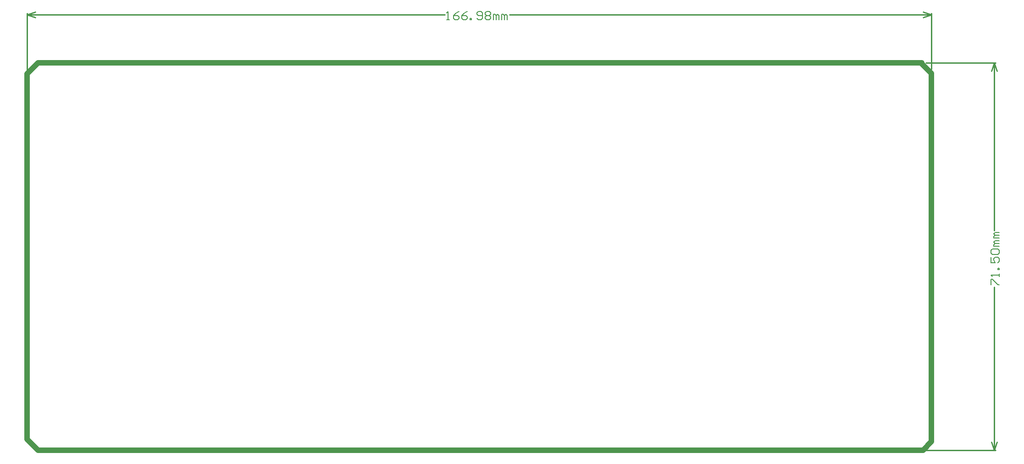
<source format=gm1>
G04*
G04 #@! TF.GenerationSoftware,Altium Limited,Altium Designer,21.9.1 (22)*
G04*
G04 Layer_Color=16711935*
%FSLAX25Y25*%
%MOIN*%
G70*
G04*
G04 #@! TF.SameCoordinates,6B560933-D042-473C-9E78-3B088F3B31AC*
G04*
G04*
G04 #@! TF.FilePolarity,Positive*
G04*
G01*
G75*
%ADD14C,0.00600*%
%ADD16C,0.01000*%
%ADD114C,0.04000*%
D14*
X305107Y313101D02*
X307106D01*
X306107D01*
Y319099D01*
X305107Y318099D01*
X314104Y319099D02*
X312105Y318099D01*
X310105Y316100D01*
Y314101D01*
X311105Y313101D01*
X313105D01*
X314104Y314101D01*
Y315100D01*
X313105Y316100D01*
X310105D01*
X320102Y319099D02*
X318103Y318099D01*
X316104Y316100D01*
Y314101D01*
X317103Y313101D01*
X319103D01*
X320102Y314101D01*
Y315100D01*
X319103Y316100D01*
X316104D01*
X322102Y313101D02*
Y314101D01*
X323101D01*
Y313101D01*
X322102D01*
X327100Y314101D02*
X328100Y313101D01*
X330099D01*
X331099Y314101D01*
Y318099D01*
X330099Y319099D01*
X328100D01*
X327100Y318099D01*
Y317100D01*
X328100Y316100D01*
X331099D01*
X333098Y318099D02*
X334098Y319099D01*
X336097D01*
X337097Y318099D01*
Y317100D01*
X336097Y316100D01*
X337097Y315100D01*
Y314101D01*
X336097Y313101D01*
X334098D01*
X333098Y314101D01*
Y315100D01*
X334098Y316100D01*
X333098Y317100D01*
Y318099D01*
X334098Y316100D02*
X336097D01*
X339096Y313101D02*
Y317100D01*
X340096D01*
X341095Y316100D01*
Y313101D01*
Y316100D01*
X342095Y317100D01*
X343095Y316100D01*
Y313101D01*
X345094D02*
Y317100D01*
X346094D01*
X347094Y316100D01*
Y313101D01*
Y316100D01*
X348093Y317100D01*
X349093Y316100D01*
Y313101D01*
X700601Y120154D02*
Y124153D01*
X701601D01*
X705599Y120154D01*
X706599D01*
Y126152D02*
Y128152D01*
Y127152D01*
X700601D01*
X701601Y126152D01*
X706599Y131151D02*
X705599D01*
Y132150D01*
X706599D01*
Y131151D01*
X700601Y140148D02*
Y136149D01*
X703600D01*
X702600Y138148D01*
Y139148D01*
X703600Y140148D01*
X705599D01*
X706599Y139148D01*
Y137149D01*
X705599Y136149D01*
X701601Y142147D02*
X700601Y143147D01*
Y145146D01*
X701601Y146146D01*
X705599D01*
X706599Y145146D01*
Y143147D01*
X705599Y142147D01*
X701601D01*
X706599Y148145D02*
X702600D01*
Y149145D01*
X703600Y150145D01*
X706599D01*
X703600D01*
X702600Y151144D01*
X703600Y152144D01*
X706599D01*
Y154143D02*
X702600D01*
Y155143D01*
X703600Y156142D01*
X706599D01*
X703600D01*
X702600Y157142D01*
X703600Y158142D01*
X706599D01*
D16*
X0Y316700D02*
X6000Y318700D01*
X0Y316700D02*
X6000Y314700D01*
X651400D02*
X657400Y316700D01*
X651400Y318700D02*
X657400Y316700D01*
X0D02*
X303507D01*
X350693D02*
X657400D01*
X0Y276700D02*
Y317700D01*
X657400Y276800D02*
Y317700D01*
X703000Y281496D02*
X705000Y275496D01*
X701000D02*
X703000Y281496D01*
X701000Y6000D02*
X703000Y0D01*
X705000Y6000D01*
X703000Y159742D02*
Y281496D01*
Y0D02*
Y118554D01*
X653224Y281496D02*
X704000D01*
X653295Y0D02*
X704000D01*
D114*
X657400Y7200D02*
Y273800D01*
X0Y273700D02*
X7796Y281496D01*
X0Y7874D02*
X7874Y0D01*
X0Y7874D02*
Y273700D01*
X7796Y281496D02*
X650224D01*
X7874Y0D02*
X650295D01*
X650224Y280976D02*
Y281496D01*
Y280976D02*
X657400Y273800D01*
X651200Y0D02*
X657400Y6200D01*
M02*

</source>
